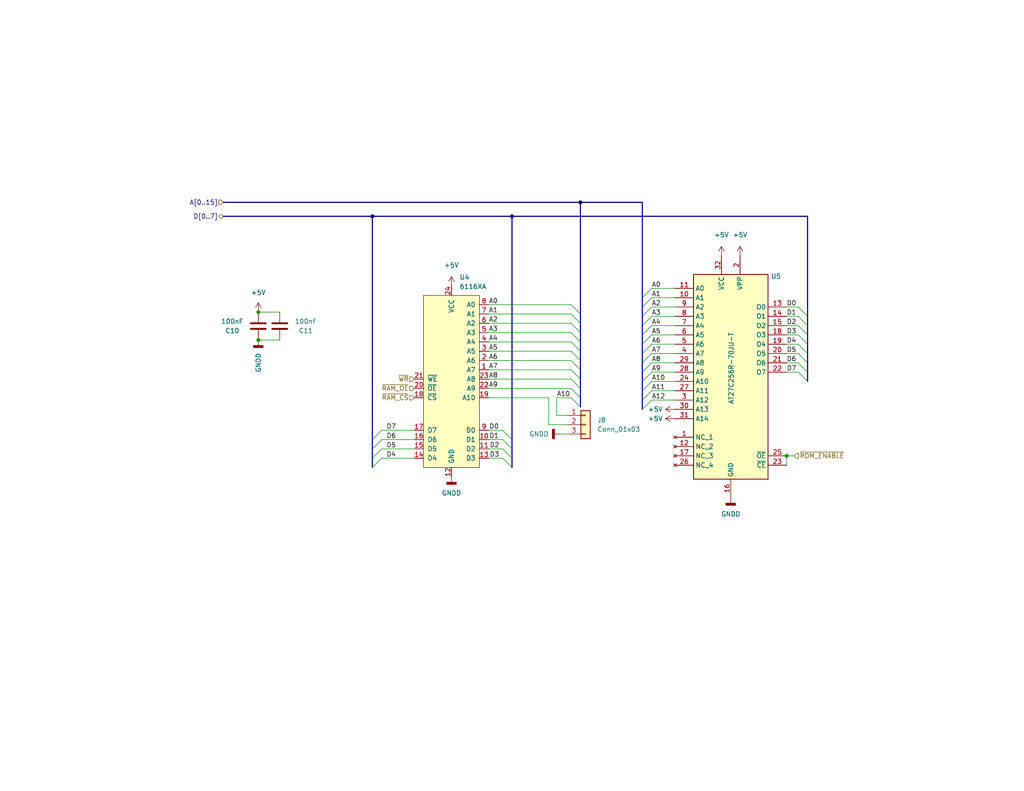
<source format=kicad_sch>
(kicad_sch (version 20230121) (generator eeschema)
  (paper "USLetter")
  (title_block (title "Righteous Tentacle, Colecovision Reverse Engineering Project") (date "2023-06-18") (rev "1.0.0.F") (company "sparkletron") (comment 1 "Jay Convertino") (comment 2 "MIT LICENSE") (comment 3 "PCB: 75743 REV F"))
  (lib_symbols
    (symbol "Connector_Generic:Conn_01x03" (pin_names (offset 1.016) hide)
      (property "Reference" "J" (at 0 5.08 0))
      (property "Value" "Conn_01x03" (at 0 -5.08 0))
      (symbol "Conn_01x03_1_1"
        (rectangle (start -1.27 -2.413) (end 0 -2.667) (stroke (width 0.1524)))
        (rectangle (start -1.27 0.127) (end 0 -0.127) (stroke (width 0.1524)))
        (rectangle (start -1.27 2.667) (end 0 2.413) (stroke (width 0.1524)))
        (rectangle (start -1.27 3.81) (end 1.27 -3.81) (stroke (width 0.254)) (fill (type background)))
        (pin passive line (at -5.08 2.54 0) (length 3.81) (name "Pin_1") (number "1"))
        (pin passive line (at -5.08 0 0) (length 3.81) (name "Pin_2") (number "2"))
        (pin passive line (at -5.08 -2.54 0) (length 3.81) (name "Pin_3") (number "3"))
      )
    )
    (symbol "Device:C" (pin_numbers hide) (pin_names (offset 0.254))
      (property "Reference" "C" (at 0.635 2.54 0))
      (property "Value" "C" (at 0.635 -2.54 0))
      (symbol "C_0_1"
        (polyline (pts (xy -2.032 -0.762) (xy 2.032 -0.762)) (stroke (width 0.508)))
        (polyline (pts (xy -2.032 0.762) (xy 2.032 0.762)) (stroke (width 0.508)))
      )
      (symbol "C_1_1"
        (pin passive line (at 0 3.81 270) (length 2.794) (name "~") (number "1"))
        (pin passive line (at 0 -3.81 90) (length 2.794) (name "~") (number "2"))
      )
    )
    (symbol "ROM_EXT:AT27C256R-70JU-T"
      (property "Reference" "U" (at 2.54 13.97 0))
      (property "Value" "AT27C256R-70JU-T" (at 15.24 -26.67 90))
      (symbol "AT27C256R-70JU-T_1_1"
        (rectangle (start 5.08 10.16) (end 25.4 -45.72) (stroke (width 0.254)) (fill (type background)))
        (pin no_connect line (at 30.48 -34.29 180) (length 5.08) (name "NC_1") (number "1"))
        (pin input line (at 30.48 3.81 180) (length 5.08) (name "A1") (number "10"))
        (pin input line (at 30.48 6.35 180) (length 5.08) (name "A0") (number "11"))
        (pin no_connect line (at 30.48 -36.83 180) (length 5.08) (name "NC_2") (number "12"))
        (pin output line (at 0 1.27 0) (length 5.08) (name "O0") (number "13"))
        (pin output line (at 0 -1.27 0) (length 5.08) (name "O1") (number "14"))
        (pin output line (at 0 -3.81 0) (length 5.08) (name "O2") (number "15"))
        (pin power_in line (at 15.24 -50.8 90) (length 5.08) (name "GND") (number "16"))
        (pin no_connect line (at 30.48 -39.37 180) (length 5.08) (name "NC_3") (number "17"))
        (pin output line (at 0 -6.35 0) (length 5.08) (name "O3") (number "18"))
        (pin output line (at 0 -8.89 0) (length 5.08) (name "O4") (number "19"))
        (pin power_in line (at 12.7 15.24 270) (length 5.08) (name "VPP") (number "2"))
        (pin output line (at 0 -11.43 0) (length 5.08) (name "O5") (number "20"))
        (pin output line (at 0 -13.97 0) (length 5.08) (name "O6") (number "21"))
        (pin output line (at 0 -16.51 0) (length 5.08) (name "O7") (number "22"))
        (pin input line (at 0 -41.91 0) (length 5.08) (name "~{CE}") (number "23"))
        (pin input line (at 30.48 -19.05 180) (length 5.08) (name "A10") (number "24"))
        (pin input line (at 0 -39.37 0) (length 5.08) (name "~{OE}") (number "25"))
        (pin no_connect line (at 30.48 -41.91 180) (length 5.08) (name "NC_4") (number "26"))
        (pin input line (at 30.48 -21.59 180) (length 5.08) (name "A11") (number "27"))
        (pin input line (at 30.48 -16.51 180) (length 5.08) (name "A9") (number "28"))
        (pin input line (at 30.48 -13.97 180) (length 5.08) (name "A8") (number "29"))
        (pin input line (at 30.48 -24.13 180) (length 5.08) (name "A12") (number "3"))
        (pin input line (at 30.48 -26.67 180) (length 5.08) (name "A13") (number "30"))
        (pin input line (at 30.48 -29.21 180) (length 5.08) (name "A14") (number "31"))
        (pin power_in line (at 17.78 15.24 270) (length 5.08) (name "VCC") (number "32"))
        (pin input line (at 30.48 -11.43 180) (length 5.08) (name "A7") (number "4"))
        (pin input line (at 30.48 -8.89 180) (length 5.08) (name "A6") (number "5"))
        (pin input line (at 30.48 -6.35 180) (length 5.08) (name "A5") (number "6"))
        (pin input line (at 30.48 -3.81 180) (length 5.08) (name "A4") (number "7"))
        (pin input line (at 30.48 -1.27 180) (length 5.08) (name "A3") (number "8"))
        (pin input line (at 30.48 1.27 180) (length 5.08) (name "A2") (number "9"))
      )
    )
    (symbol "Vintage_RAM:6116XA" (pin_names (offset 1.016))
      (property "Reference" "U" (at 1.27 7.62 0))
      (property "Value" "6116XA" (at 6.35 5.08 0))
      (symbol "6116XA_0_1"
        (rectangle (start -7.62 3.81) (end 7.62 -43.18) (fill (type background)))
      )
      (symbol "6116XA_1_1"
        (pin input line (at 10.16 -16.51 180) (length 2.54) (name "A7") (number "1"))
        (pin bidirectional line (at 10.16 -35.56 180) (length 2.54) (name "D1") (number "10"))
        (pin bidirectional line (at 10.16 -38.1 180) (length 2.54) (name "D2") (number "11"))
        (pin power_in line (at 0 -45.72 90) (length 2.54) (name "GND") (number "12"))
        (pin bidirectional line (at 10.16 -40.64 180) (length 2.54) (name "D3") (number "13"))
        (pin bidirectional line (at -10.16 -40.64 0) (length 2.54) (name "D4") (number "14"))
        (pin bidirectional line (at -10.16 -38.1 0) (length 2.54) (name "D5") (number "15"))
        (pin bidirectional line (at -10.16 -35.56 0) (length 2.54) (name "D6") (number "16"))
        (pin bidirectional line (at -10.16 -33.02 0) (length 2.54) (name "D7") (number "17"))
        (pin input line (at -10.16 -24.13 0) (length 2.54) (name "~{CS}") (number "18"))
        (pin input line (at 10.16 -24.13 180) (length 2.54) (name "A10") (number "19"))
        (pin input line (at 10.16 -13.97 180) (length 2.54) (name "A6") (number "2"))
        (pin input line (at -10.16 -21.59 0) (length 2.54) (name "~{OE}") (number "20"))
        (pin input line (at -10.16 -19.05 0) (length 2.54) (name "~{WE}") (number "21"))
        (pin input line (at 10.16 -21.59 180) (length 2.54) (name "A9") (number "22"))
        (pin input line (at 10.16 -19.05 180) (length 2.54) (name "A8") (number "23"))
        (pin power_in line (at 0 6.35 270) (length 2.54) (name "VCC") (number "24"))
        (pin input line (at 10.16 -11.43 180) (length 2.54) (name "A5") (number "3"))
        (pin input line (at 10.16 -8.89 180) (length 2.54) (name "A4") (number "4"))
        (pin input line (at 10.16 -6.35 180) (length 2.54) (name "A3") (number "5"))
        (pin input line (at 10.16 -3.81 180) (length 2.54) (name "A2") (number "6"))
        (pin input line (at 10.16 -1.27 180) (length 2.54) (name "A1") (number "7"))
        (pin input line (at 10.16 1.27 180) (length 2.54) (name "A0") (number "8"))
        (pin bidirectional line (at 10.16 -33.02 180) (length 2.54) (name "D0") (number "9"))
      )
    )
    (symbol "power:+5V" (power) (pin_names (offset 0))
      (property "Value" "+5V" (at 0 3.556 0))
      (symbol "+5V_0_1"
        (polyline (pts (xy -0.762 1.27) (xy 0 2.54)))
        (polyline (pts (xy 0 0) (xy 0 2.54)))
        (polyline (pts (xy 0 2.54) (xy 0.762 1.27)))
      )
      (symbol "+5V_1_1"
        (pin power_in line (at 0 0 90) (length 0) hide (name "+5V") (number "1"))
      )
    )
    (symbol "power:GNDD" (power) (pin_names (offset 0))
      (property "Value" "GNDD" (at 0 -3.175 0))
      (symbol "GNDD_0_1"
        (rectangle (start -1.27 -1.524) (end 1.27 -2.032) (stroke (width 0.254)) (fill (type outline)))
        (polyline (pts (xy 0 0) (xy 0 -1.524)))
      )
      (symbol "GNDD_1_1"
        (pin power_in line (at 0 0 270) (length 0) hide (name "GNDD") (number "1"))
      )
    )
  )
  (junction (at 139.7 59.055))
  (junction (at 101.6 59.055))
  (junction (at 158.369 55.245))
  (junction (at 70.485 85.217))
  (junction (at 214.63 124.46))
  (junction (at 70.485 92.837))
  (bus_entry (at 175.26 91.44) (size 2.54 -2.54))
  (bus_entry (at 155.829 100.965) (size 2.54 2.54))
  (bus_entry (at 158.369 93.345) (size -2.54 -2.54))
  (bus_entry (at 175.26 88.9) (size 2.54 -2.54))
  (bus_entry (at 175.26 93.98) (size 2.54 -2.54))
  (bus_entry (at 217.805 91.44) (size 2.54 2.54))
  (bus_entry (at 175.26 101.6) (size 2.54 -2.54))
  (bus_entry (at 175.26 109.22) (size 2.54 -2.54))
  (bus_entry (at 104.14 117.475) (size -2.54 2.54))
  (bus_entry (at 175.26 83.82) (size 2.54 -2.54))
  (bus_entry (at 158.369 100.965) (size -2.54 -2.54))
  (bus_entry (at 155.829 83.185) (size 2.54 2.54))
  (bus_entry (at 155.829 108.585) (size 2.54 2.54))
  (bus_entry (at 104.14 125.095) (size -2.54 2.54))
  (bus_entry (at 155.829 93.345) (size 2.54 2.54))
  (bus_entry (at 175.26 99.06) (size 2.54 -2.54))
  (bus_entry (at 104.14 120.015) (size -2.54 2.54))
  (bus_entry (at 175.26 86.36) (size 2.54 -2.54))
  (bus_entry (at 217.805 88.9) (size 2.54 2.54))
  (bus_entry (at 175.26 96.52) (size 2.54 -2.54))
  (bus_entry (at 217.805 96.52) (size 2.54 2.54))
  (bus_entry (at 137.16 125.095) (size 2.54 2.54))
  (bus_entry (at 155.829 88.265) (size 2.54 2.54))
  (bus_entry (at 217.805 86.36) (size 2.54 2.54))
  (bus_entry (at 175.26 111.76) (size 2.54 -2.54))
  (bus_entry (at 217.805 101.6) (size 2.54 2.54))
  (bus_entry (at 217.805 99.06) (size 2.54 2.54))
  (bus_entry (at 137.16 122.555) (size 2.54 2.54))
  (bus_entry (at 155.829 85.725) (size 2.54 2.54))
  (bus_entry (at 137.16 117.475) (size 2.54 2.54))
  (bus_entry (at 137.16 120.015) (size 2.54 2.54))
  (bus_entry (at 158.369 106.045) (size -2.54 -2.54))
  (bus_entry (at 104.14 122.555) (size -2.54 2.54))
  (bus_entry (at 158.369 98.425) (size -2.54 -2.54))
  (bus_entry (at 217.805 83.82) (size 2.54 2.54))
  (bus_entry (at 175.26 106.68) (size 2.54 -2.54))
  (bus_entry (at 155.829 106.045) (size 2.54 2.54))
  (bus_entry (at 217.805 93.98) (size 2.54 2.54))
  (bus_entry (at 175.26 104.14) (size 2.54 -2.54))
  (bus_entry (at 175.26 81.28) (size 2.54 -2.54))
  (wire (pts (xy 133.35 88.265) (xy 155.829 88.265)))
  (bus (pts (xy 175.26 88.9) (xy 175.26 91.44)))
  (wire (pts (xy 133.35 85.725) (xy 155.829 85.725)))
  (wire (pts (xy 177.8 101.6) (xy 184.15 101.6)))
  (wire (pts (xy 214.63 101.6) (xy 217.805 101.6)))
  (bus (pts (xy 220.345 101.6) (xy 220.345 104.14)))
  (bus (pts (xy 101.6 120.015) (xy 101.6 122.555)))
  (wire (pts (xy 104.14 125.095) (xy 113.03 125.095)))
  (wire (pts (xy 70.485 92.837) (xy 76.327 92.837)))
  (bus (pts (xy 101.6 125.095) (xy 101.6 127.635)))
  (bus (pts (xy 175.26 109.22) (xy 175.26 111.76)))
  (wire (pts (xy 104.14 117.475) (xy 113.03 117.475)))
  (wire (pts (xy 133.35 100.965) (xy 155.829 100.965)))
  (wire (pts (xy 177.8 99.06) (xy 184.15 99.06)))
  (wire (pts (xy 214.63 93.98) (xy 217.805 93.98)))
  (bus (pts (xy 60.96 55.245) (xy 158.369 55.245)))
  (bus (pts (xy 101.6 122.555) (xy 101.6 125.095)))
  (bus (pts (xy 158.369 93.345) (xy 158.369 95.885)))
  (bus (pts (xy 220.345 96.52) (xy 220.345 99.06)))
  (wire (pts (xy 133.35 90.805) (xy 155.829 90.805)))
  (bus (pts (xy 175.26 83.82) (xy 175.26 86.36)))
  (bus (pts (xy 139.7 120.015) (xy 139.7 122.555)))
  (wire (pts (xy 177.8 96.52) (xy 184.15 96.52)))
  (wire (pts (xy 133.35 117.475) (xy 137.16 117.475)))
  (bus (pts (xy 158.369 85.725) (xy 158.369 88.265)))
  (bus (pts (xy 139.7 125.095) (xy 139.7 127.635)))
  (bus (pts (xy 175.26 81.28) (xy 175.26 83.82)))
  (wire (pts (xy 177.8 91.44) (xy 184.15 91.44)))
  (wire (pts (xy 152.781 118.491) (xy 154.686 118.491)))
  (wire (pts (xy 177.8 106.68) (xy 184.15 106.68)))
  (bus (pts (xy 220.345 59.055) (xy 220.345 86.36)))
  (bus (pts (xy 175.26 104.14) (xy 175.26 106.68)))
  (wire (pts (xy 214.63 91.44) (xy 217.805 91.44)))
  (wire (pts (xy 214.63 86.36) (xy 217.805 86.36)))
  (wire (pts (xy 70.485 85.217) (xy 76.327 85.217)))
  (wire (pts (xy 133.35 98.425) (xy 155.829 98.425)))
  (bus (pts (xy 158.369 95.885) (xy 158.369 98.425)))
  (wire (pts (xy 133.35 120.015) (xy 137.16 120.015)))
  (wire (pts (xy 151.892 113.411) (xy 151.892 108.585)))
  (bus (pts (xy 101.6 59.055) (xy 139.7 59.055)))
  (bus (pts (xy 175.26 106.68) (xy 175.26 109.22)))
  (bus (pts (xy 175.26 99.06) (xy 175.26 101.6)))
  (bus (pts (xy 175.26 93.98) (xy 175.26 96.52)))
  (wire (pts (xy 214.63 83.82) (xy 217.805 83.82)))
  (wire (pts (xy 133.35 122.555) (xy 137.16 122.555)))
  (bus (pts (xy 139.7 122.555) (xy 139.7 125.095)))
  (wire (pts (xy 133.35 93.345) (xy 155.829 93.345)))
  (bus (pts (xy 158.369 98.425) (xy 158.369 100.965)))
  (wire (pts (xy 177.8 86.36) (xy 184.15 86.36)))
  (bus (pts (xy 158.369 90.805) (xy 158.369 93.345)))
  (wire (pts (xy 149.733 115.951) (xy 149.733 108.585)))
  (wire (pts (xy 133.35 106.045) (xy 155.829 106.045)))
  (wire (pts (xy 214.63 124.46) (xy 214.63 127)))
  (wire (pts (xy 177.8 81.28) (xy 184.15 81.28)))
  (bus (pts (xy 158.369 100.965) (xy 158.369 103.505)))
  (wire (pts (xy 177.8 78.74) (xy 184.15 78.74)))
  (wire (pts (xy 104.14 122.555) (xy 113.03 122.555)))
  (wire (pts (xy 216.662 124.46) (xy 214.63 124.46)))
  (wire (pts (xy 149.733 115.951) (xy 154.686 115.951)))
  (bus (pts (xy 158.369 55.245) (xy 175.26 55.245)))
  (wire (pts (xy 151.892 108.585) (xy 155.829 108.585)))
  (bus (pts (xy 158.369 103.505) (xy 158.369 106.045)))
  (wire (pts (xy 104.14 120.015) (xy 113.03 120.015)))
  (bus (pts (xy 175.26 86.36) (xy 175.26 88.9)))
  (bus (pts (xy 175.26 96.52) (xy 175.26 99.06)))
  (wire (pts (xy 133.35 95.885) (xy 155.829 95.885)))
  (wire (pts (xy 214.63 88.9) (xy 217.805 88.9)))
  (bus (pts (xy 220.345 93.98) (xy 220.345 96.52)))
  (wire (pts (xy 177.8 93.98) (xy 184.15 93.98)))
  (bus (pts (xy 158.369 55.245) (xy 158.369 85.725)))
  (bus (pts (xy 158.369 106.045) (xy 158.369 108.585)))
  (wire (pts (xy 214.63 96.52) (xy 217.805 96.52)))
  (wire (pts (xy 133.35 83.185) (xy 155.829 83.185)))
  (wire (pts (xy 149.733 108.585) (xy 133.35 108.585)))
  (bus (pts (xy 158.369 88.265) (xy 158.369 90.805)))
  (wire (pts (xy 151.892 113.411) (xy 154.686 113.411)))
  (bus (pts (xy 60.96 59.055) (xy 101.6 59.055)))
  (bus (pts (xy 158.369 108.585) (xy 158.369 111.125)))
  (wire (pts (xy 177.8 83.82) (xy 184.15 83.82)))
  (wire (pts (xy 214.63 99.06) (xy 217.805 99.06)))
  (bus (pts (xy 175.26 91.44) (xy 175.26 93.98)))
  (bus (pts (xy 101.6 59.055) (xy 101.6 120.015)))
  (wire (pts (xy 177.8 88.9) (xy 184.15 88.9)))
  (bus (pts (xy 220.345 86.36) (xy 220.345 88.9)))
  (wire (pts (xy 133.35 125.095) (xy 137.16 125.095)))
  (bus (pts (xy 220.345 99.06) (xy 220.345 101.6)))
  (wire (pts (xy 133.35 103.505) (xy 155.829 103.505)))
  (wire (pts (xy 177.8 109.22) (xy 184.15 109.22)))
  (bus (pts (xy 220.345 88.9) (xy 220.345 91.44)))
  (bus (pts (xy 139.7 59.055) (xy 220.345 59.055)))
  (wire (pts (xy 177.8 104.14) (xy 184.15 104.14)))
  (bus (pts (xy 175.26 55.245) (xy 175.26 81.28)))
  (bus (pts (xy 139.7 59.055) (xy 139.7 120.015)))
  (bus (pts (xy 175.26 101.6) (xy 175.26 104.14)))
  (bus (pts (xy 220.345 91.44) (xy 220.345 93.98)))
  (label "D1" (at 214.63 86.36 0))
  (label "A5" (at 133.35 95.885 0))
  (label "A0" (at 177.8 78.74 0))
  (label "D3" (at 136.271 125.095 180))
  (label "D7" (at 214.63 101.6 0))
  (label "D0" (at 214.63 83.82 0))
  (label "A10" (at 177.8 104.14 0))
  (label "A2" (at 177.8 83.82 0))
  (label "A8" (at 133.35 103.505 0))
  (label "A3" (at 177.8 86.36 0))
  (label "A8" (at 177.8 99.06 0))
  (label "A6" (at 177.8 93.98 0))
  (label "A4" (at 177.8 88.9 0))
  (label "A9" (at 177.8 101.6 0))
  (label "D5" (at 105.41 122.555 0))
  (label "A12" (at 177.8 109.22 0))
  (label "A1" (at 133.35 85.725 0))
  (label "A3" (at 133.35 90.805 0))
  (label "A10" (at 151.892 108.585 0))
  (label "D7" (at 105.41 117.475 0))
  (label "D4" (at 105.41 125.095 0))
  (label "A7" (at 177.8 96.52 0))
  (label "D5" (at 214.63 96.52 0))
  (label "D2" (at 214.63 88.9 0))
  (label "A5" (at 177.8 91.44 0))
  (label "A0" (at 133.35 83.185 0))
  (label "A7" (at 133.35 100.965 0))
  (label "D6" (at 105.41 120.015 0))
  (label "A11" (at 177.8 106.68 0))
  (label "A6" (at 133.35 98.425 0))
  (label "A1" (at 177.8 81.28 0))
  (label "D1" (at 136.144 120.015 180))
  (label "A4" (at 133.35 93.345 0))
  (label "D0" (at 136.144 117.475 180))
  (label "A9" (at 133.35 106.045 0))
  (label "D3" (at 214.63 91.44 0))
  (label "D6" (at 214.63 99.06 0))
  (label "D4" (at 214.63 93.98 0))
  (label "D2" (at 136.271 122.555 180))
  (label "A2" (at 133.35 88.265 0))
  (hierarchical_label "~{ROM_ENABLE}" (shape input) (at 216.662 124.46 0))
  (hierarchical_label "~{WR}" (shape input) (at 113.03 103.505 180))
  (hierarchical_label "~{RAM_CS}" (shape input) (at 113.03 108.585 180))
  (hierarchical_label "A[0..15]" (shape input) (at 60.96 55.245 180))
  (hierarchical_label "~{RAM_OE}" (shape input) (at 113.03 106.045 180))
  (hierarchical_label "D[0..7]" (shape bidirectional) (at 60.96 59.055 180))
  (symbol (lib_id "power:GNDD") (at 199.39 135.89 0) (mirror y) (unit 1)
    (property "Reference" "#PWR032" (effects hide))
    (property "Value" "GNDD" (at 199.39 140.335 0))
  )
  (symbol (lib_id "power:GNDD") (at 152.781 118.491 270) (unit 1)
    (property "Reference" "#PWR028" (effects hide))
    (property "Value" "GNDD" (at 149.733 118.491 90) (effects (justify right)))
  )
  (symbol (lib_id "power:GNDD") (at 70.485 92.837 0) (unit 1)
    (property "Reference" "#PWR025" (effects hide))
    (property "Value" "GNDD" (at 70.485 101.727 90) (effects (justify left)))
  )
  (symbol (lib_id "Device:C") (at 76.327 89.027 0) (mirror y) (unit 1)
    (property "Reference" "C11" (at 83.439 90.297 0))
    (property "Value" "100nF" (at 83.439 87.757 0))
    (property "Footprint" "Capacitor_THT:C_Disc_D7.0mm_W2.5mm_P5.00mm" (effects hide))
  )
  (symbol (lib_id "power:+5V") (at 123.19 78.105 0) (unit 1)
    (property "Reference" "#PWR026" (effects hide))
    (property "Value" "+5V" (at 123.19 72.39 0))
  )
  (symbol (lib_id "Vintage_RAM:6116XA") (at 123.19 84.455 0) (unit 1)
    (property "Reference" "U4" (at 125.3841 75.692 0) (effects (justify left)))
    (property "Value" "6116XA" (at 125.3841 78.232 0) (effects (justify left)))
    (property "Footprint" "Package_DIP:DIP-24_W7.62mm_LongPads" (effects hide))
  )
  (symbol (lib_id "power:+5V") (at 184.15 114.3 90) (mirror x) (unit 1)
    (property "Reference" "#PWR030" (effects hide))
    (property "Value" "+5V" (at 180.848 114.3 90) (effects (justify left)))
  )
  (symbol (lib_id "Connector_Generic:Conn_01x03") (at 159.766 115.951 0) (unit 1)
    (property "Reference" "J8" (at 162.941 114.681 0) (effects (justify left)))
    (property "Value" "Conn_01x03" (at 162.941 117.221 0) (effects (justify left)))
    (property "Footprint" "Connector_PinHeader_2.54mm:PinHeader_1x03_P2.54mm_Vertical" (effects hide))
  )
  (symbol (lib_id "Device:C") (at 70.485 89.027 0) (unit 1)
    (property "Reference" "C10" (at 63.373 90.297 0))
    (property "Value" "100nF" (at 63.373 87.757 0))
    (property "Footprint" "Capacitor_THT:C_Disc_D7.0mm_W2.5mm_P5.00mm" (effects hide))
  )
  (symbol (lib_id "ROM_EXT:AT27C256R-70JU-T") (at 214.63 85.09 0) (mirror y) (unit 1)
    (property "Reference" "U5" (at 213.106 75.438 0) (effects (justify left)))
    (property "Value" "AT27C256R-70JU-T" (at 199.517 110.363 90) (effects (justify left)))
    (property "Footprint" "Package_LCC:PLCC-32_THT-Socket" (effects hide))
    (property "Datasheet" "http://www.microchip.com/mymicrochip/filehandler.aspx?ddocname=en589859" (effects hide))
    (property "Height" "3.556" (effects hide))
    (property "Manufacturer_Name" "Microchip" (effects hide))
    (property "Manufacturer_Part_Number" "AT27C256R-70JU-T" (effects hide))
    (property "Mouser Part Number" "556-AT27C256R70JUT" (effects hide))
    (property "Mouser Price/Stock" "https://www.mouser.co.uk/ProductDetail/Microchip-Technology/AT27C256R-70JU-T?qs=HXFqYaX1Q2yUcCXtgb4mjA%3D%3D" (effects hide))
    (property "Arrow Part Number" "AT27C256R-70JU-T" (effects hide))
    (property "Arrow Price/Stock" "https://www.arrow.com/en/products/at27c256r-70ju-t/microchip-technology?region=nac" (effects hide))
  )
  (symbol (lib_id "power:+5V") (at 70.485 85.217 0) (unit 1)
    (property "Reference" "#PWR024" (effects hide))
    (property "Value" "+5V" (at 70.485 79.883 0))
  )
  (symbol (lib_id "power:+5V") (at 184.15 111.76 90) (mirror x) (unit 1)
    (property "Reference" "#PWR029" (effects hide))
    (property "Value" "+5V" (at 180.848 111.76 90) (effects (justify left)))
  )
  (symbol (lib_id "power:+5V") (at 201.93 69.85 0) (mirror y) (unit 1)
    (property "Reference" "#PWR033" (effects hide))
    (property "Value" "+5V" (at 201.93 64.135 0))
  )
  (symbol (lib_id "power:GNDD") (at 123.19 130.175 0) (unit 1)
    (property "Reference" "#PWR027" (effects hide))
    (property "Value" "GNDD" (at 123.19 134.62 0))
  )
  (symbol (lib_id "power:+5V") (at 196.85 69.85 0) (mirror y) (unit 1)
    (property "Reference" "#PWR031" (effects hide))
    (property "Value" "+5V" (at 196.85 64.135 0))
  )
)
</source>
